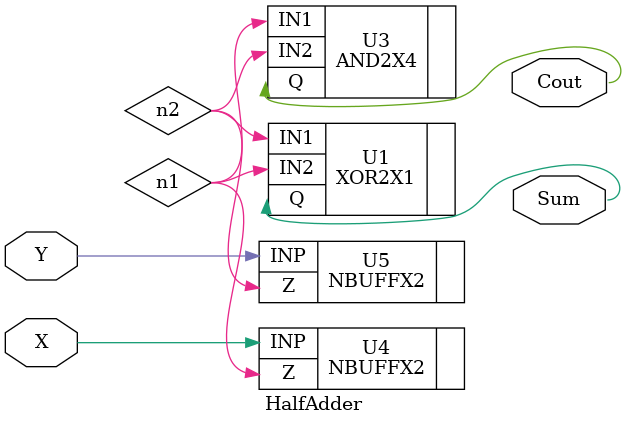
<source format=v>

module HalfAdder ( X, Y, Cout, Sum );
  input X, Y;
  output Cout, Sum;
  wire   n1, n2;

  XOR2X1 U1 ( .IN1(n2), .IN2(n1), .Q(Sum) );
  AND2X4 U3 ( .IN1(n1), .IN2(n2), .Q(Cout) );
  NBUFFX2 U4 ( .INP(X), .Z(n1) );
  NBUFFX2 U5 ( .INP(Y), .Z(n2) );
endmodule


</source>
